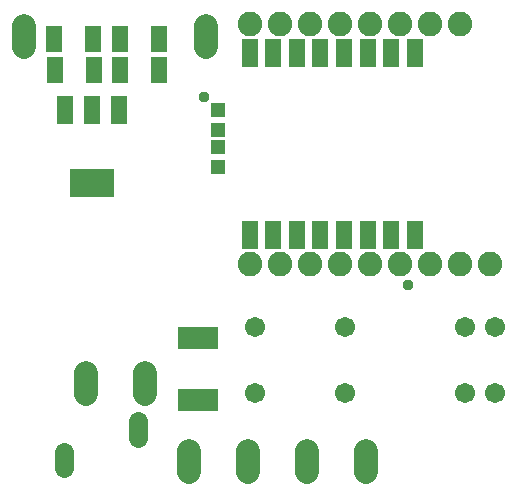
<source format=gbr>
G04 EAGLE Gerber RS-274X export*
G75*
%MOMM*%
%FSLAX34Y34*%
%LPD*%
%INSoldermask Top*%
%IPPOS*%
%AMOC8*
5,1,8,0,0,1.08239X$1,22.5*%
G01*
%ADD10C,1.711200*%
%ADD11R,1.473200X2.235200*%
%ADD12R,1.403200X2.489200*%
%ADD13C,2.082800*%
%ADD14R,1.422400X2.438400*%
%ADD15R,3.803200X2.403200*%
%ADD16C,1.993900*%
%ADD17C,2.003200*%
%ADD18R,3.353200X1.983200*%
%ADD19C,1.625600*%
%ADD20R,1.303200X1.203200*%
%ADD21C,0.959600*%


D10*
X226060Y137154D03*
X302260Y137154D03*
X403860Y137154D03*
X429260Y137154D03*
D11*
X144138Y437161D03*
X111118Y437161D03*
D12*
X361080Y424585D03*
X341080Y424585D03*
X321080Y424585D03*
X301080Y424585D03*
X281080Y424585D03*
X261080Y424585D03*
X241080Y424585D03*
X221080Y424585D03*
X361080Y270745D03*
X341080Y270745D03*
X321080Y270745D03*
X301080Y270745D03*
X281080Y270745D03*
X261080Y270745D03*
X241080Y270745D03*
X221080Y270745D03*
D10*
X226060Y192691D03*
X302260Y192691D03*
X403860Y192691D03*
X429260Y192691D03*
D13*
X221457Y449711D03*
X246857Y449711D03*
X272257Y449711D03*
X297657Y449711D03*
X323057Y449711D03*
X348457Y449711D03*
X373857Y449711D03*
X399257Y449711D03*
D14*
X110791Y376489D03*
X87677Y376489D03*
X64563Y376489D03*
D15*
X87677Y314511D03*
D13*
X221457Y246350D03*
X246857Y246350D03*
X272257Y246350D03*
X297657Y246350D03*
X323057Y246350D03*
X348457Y246350D03*
X373857Y246350D03*
X399257Y246350D03*
X424657Y246350D03*
D16*
X170033Y87813D02*
X170033Y69906D01*
X220033Y69906D02*
X220033Y87813D01*
X270033Y87813D02*
X270033Y69906D01*
X320033Y69906D02*
X320033Y87813D01*
D11*
X144138Y410742D03*
X111118Y410742D03*
X56132Y410742D03*
X89152Y410742D03*
X55702Y437161D03*
X88722Y437161D03*
D17*
X132284Y153980D02*
X132284Y135980D01*
X82284Y135980D02*
X82284Y153980D01*
X184284Y429980D02*
X184284Y447980D01*
X30284Y447980D02*
X30284Y429980D01*
D18*
X177570Y183701D03*
X177570Y131301D03*
D19*
X126844Y113674D02*
X126844Y99450D01*
X64003Y87450D02*
X64003Y73226D01*
D20*
X194131Y345090D03*
X194131Y328090D03*
X194212Y376992D03*
X194212Y359992D03*
D21*
X182151Y387949D03*
X355588Y228421D03*
M02*

</source>
